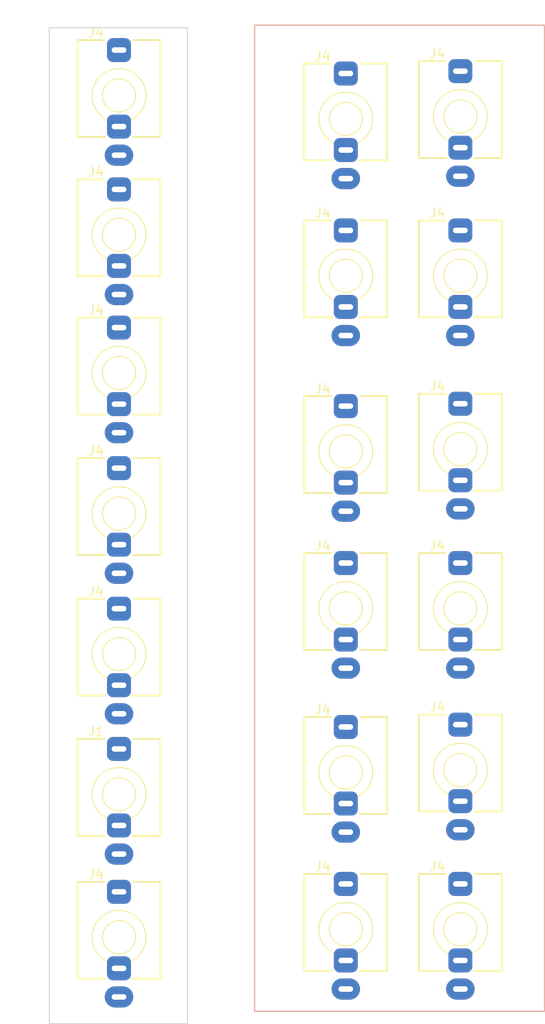
<source format=kicad_pcb>
(kicad_pcb (version 20221018) (generator pcbnew)
  (layers (0 "F.Cu" signal) (31 "B.Cu" signal) (34 "B.Paste" user) (35 "F.Paste" user) (36 "B.SilkS" user "B.Silkscreen") (37 "F.SilkS" user "F.Silkscreen") (38 "B.Mask" user) (39 "F.Mask" user) (44 "Edge.Cuts" user))
  (net 0 "")
  (net 1 "Net-(J1-PadT)")
  (net 2 "GND")
  (net 3 "INPUT_2")
  (footprint "AudioJacks:Jack_3.5mm_QingPu_WQP-PJ398SM_Vertical" (layer "F.Cu") (at 100.076 113.916)
    (fp_text reference "J4" (at -2.5 -6.8) (layer "F.SilkS"))
    (fp_text value "AudioJack2")
    (fp_line (start -4.5 -6) (end -1.6 -6) (stroke (width 0.2)) (layer "F.SilkS"))
    (fp_line (start -4.5 4.5) (end -4.5 -6) (stroke (width 0.2)) (layer "F.SilkS"))
    (fp_line (start -4.5 4.5) (end -1.5 4.5) (stroke (width 0.2)) (layer "F.SilkS"))
    (fp_line (start 1.5 4.5) (end 4.5 4.5) (stroke (width 0.2)) (layer "F.SilkS"))
    (fp_line (start 1.6 -6) (end 4.5 -6) (stroke (width 0.2)) (layer "F.SilkS"))
    (fp_line (start 4.5 4.5) (end 4.5 -6) (stroke (width 0.2)) (layer "F.SilkS"))
    (fp_arc (start -1.35 2.588577) (mid -2.844222 -0.687251) (end 0 -2.895) (stroke (width 0.12)) (layer "F.SilkS"))
    (fp_arc (start 0 -2.895) (mid 2.844221 -0.687251) (end 1.35 2.588577) (stroke (width 0.12)) (layer "F.SilkS"))
    (fp_circle (center 0 0) (end -1.8 0) (stroke (width 0.12)) (fill none) (layer "F.SilkS"))
    (pad "S" thru_hole oval (at 0 6.48) (size 3.1 2.3) (drill oval 1.6 0.6) (layers "*.Cu" "*.Mask"))
    (pad "T" thru_hole roundrect (at 0 -4.92) (size 2.6 2.6) (drill oval 1.6 0.6) (layers "*.Cu" "*.Mask"))
    (pad "TN" thru_hole roundrect (at 0 3.38) (size 2.6 2.6) (drill oval 1.6 0.6) (layers "*.Cu" "*.Mask"))
  )
  (footprint "AudioJacks:Jack_3.5mm_QingPu_WQP-PJ398SM_Vertical" (layer "F.Cu") (at 137.16 91.694)
    (fp_text reference "J4" (at -2.5 -6.8) (layer "F.SilkS"))
    (fp_text value "AudioJack2")
    (fp_line (start -4.5 -6) (end -1.6 -6) (stroke (width 0.2)) (layer "F.SilkS"))
    (fp_line (start -4.5 4.5) (end -4.5 -6) (stroke (width 0.2)) (layer "F.SilkS"))
    (fp_line (start -4.5 4.5) (end -1.5 4.5) (stroke (width 0.2)) (layer "F.SilkS"))
    (fp_line (start 1.5 4.5) (end 4.5 4.5) (stroke (width 0.2)) (layer "F.SilkS"))
    (fp_line (start 1.6 -6) (end 4.5 -6) (stroke (width 0.2)) (layer "F.SilkS"))
    (fp_line (start 4.5 4.5) (end 4.5 -6) (stroke (width 0.2)) (layer "F.SilkS"))
    (fp_arc (start -1.35 2.588577) (mid -2.844222 -0.687251) (end 0 -2.895) (stroke (width 0.12)) (layer "F.SilkS"))
    (fp_arc (start 0 -2.895) (mid 2.844221 -0.687251) (end 1.35 2.588577) (stroke (width 0.12)) (layer "F.SilkS"))
    (fp_circle (center 0 0) (end -1.8 0) (stroke (width 0.12)) (fill none) (layer "F.SilkS"))
    (pad "S" thru_hole oval (at 0 6.48) (size 3.1 2.3) (drill oval 1.6 0.6) (layers "*.Cu" "*.Mask"))
    (pad "T" thru_hole roundrect (at 0 -4.92) (size 2.6 2.6) (drill oval 1.6 0.6) (layers "*.Cu" "*.Mask"))
    (pad "TN" thru_hole roundrect (at 0 3.38) (size 2.6 2.6) (drill oval 1.6 0.6) (layers "*.Cu" "*.Mask"))
  )
  (footprint "AudioJacks:Jack_3.5mm_QingPu_WQP-PJ398SM_Vertical" (layer "F.Cu") (at 124.714 91.948)
    (fp_text reference "J4" (at -2.5 -6.8) (layer "F.SilkS"))
    (fp_text value "AudioJack2")
    (fp_line (start -4.5 -6) (end -1.6 -6) (stroke (width 0.2)) (layer "F.SilkS"))
    (fp_line (start -4.5 4.5) (end -4.5 -6) (stroke (width 0.2)) (layer "F.SilkS"))
    (fp_line (start -4.5 4.5) (end -1.5 4.5) (stroke (width 0.2)) (layer "F.SilkS"))
    (fp_line (start 1.5 4.5) (end 4.5 4.5) (stroke (width 0.2)) (layer "F.SilkS"))
    (fp_line (start 1.6 -6) (end 4.5 -6) (stroke (width 0.2)) (layer "F.SilkS"))
    (fp_line (start 4.5 4.5) (end 4.5 -6) (stroke (width 0.2)) (layer "F.SilkS"))
    (fp_arc (start -1.35 2.588577) (mid -2.844222 -0.687251) (end 0 -2.895) (stroke (width 0.12)) (layer "F.SilkS"))
    (fp_arc (start 0 -2.895) (mid 2.844221 -0.687251) (end 1.35 2.588577) (stroke (width 0.12)) (layer "F.SilkS"))
    (fp_circle (center 0 0) (end -1.8 0) (stroke (width 0.12)) (fill none) (layer "F.SilkS"))
    (pad "S" thru_hole oval (at 0 6.48) (size 3.1 2.3) (drill oval 1.6 0.6) (layers "*.Cu" "*.Mask"))
    (pad "T" thru_hole roundrect (at 0 -4.92) (size 2.6 2.6) (drill oval 1.6 0.6) (layers "*.Cu" "*.Mask"))
    (pad "TN" thru_hole roundrect (at 0 3.38) (size 2.6 2.6) (drill oval 1.6 0.6) (layers "*.Cu" "*.Mask"))
  )
  (footprint "AudioJacks:Jack_3.5mm_QingPu_WQP-PJ398SM_Vertical" (layer "F.Cu") (at 124.714 55.88)
    (fp_text reference "J4" (at -2.5 -6.8) (layer "F.SilkS"))
    (fp_text value "AudioJack2")
    (fp_line (start -4.5 -6) (end -1.6 -6) (stroke (width 0.2)) (layer "F.SilkS"))
    (fp_line (start -4.5 4.5) (end -4.5 -6) (stroke (width 0.2)) (layer "F.SilkS"))
    (fp_line (start -4.5 4.5) (end -1.5 4.5) (stroke (width 0.2)) (layer "F.SilkS"))
    (fp_line (start 1.5 4.5) (end 4.5 4.5) (stroke (width 0.2)) (layer "F.SilkS"))
    (fp_line (start 1.6 -6) (end 4.5 -6) (stroke (width 0.2)) (layer "F.SilkS"))
    (fp_line (start 4.5 4.5) (end 4.5 -6) (stroke (width 0.2)) (layer "F.SilkS"))
    (fp_arc (start -1.35 2.588577) (mid -2.844222 -0.687251) (end 0 -2.895) (stroke (width 0.12)) (layer "F.SilkS"))
    (fp_arc (start 0 -2.895) (mid 2.844221 -0.687251) (end 1.35 2.588577) (stroke (width 0.12)) (layer "F.SilkS"))
    (fp_circle (center 0 0) (end -1.8 0) (stroke (width 0.12)) (fill none) (layer "F.SilkS"))
    (pad "S" thru_hole oval (at 0 6.48) (size 3.1 2.3) (drill oval 1.6 0.6) (layers "*.Cu" "*.Mask"))
    (pad "T" thru_hole roundrect (at 0 -4.92) (size 2.6 2.6) (drill oval 1.6 0.6) (layers "*.Cu" "*.Mask"))
    (pad "TN" thru_hole roundrect (at 0 3.38) (size 2.6 2.6) (drill oval 1.6 0.6) (layers "*.Cu" "*.Mask"))
  )
  (footprint "AudioJacks:Jack_3.5mm_QingPu_WQP-PJ398SM_Vertical" (layer "F.Cu") (at 137.16 55.626)
    (fp_text reference "J4" (at -2.5 -6.8) (layer "F.SilkS"))
    (fp_text value "AudioJack2")
    (fp_line (start -4.5 -6) (end -1.6 -6) (stroke (width 0.2)) (layer "F.SilkS"))
    (fp_line (start -4.5 4.5) (end -4.5 -6) (stroke (width 0.2)) (layer "F.SilkS"))
    (fp_line (start -4.5 4.5) (end -1.5 4.5) (stroke (width 0.2)) (layer "F.SilkS"))
    (fp_line (start 1.5 4.5) (end 4.5 4.5) (stroke (width 0.2)) (layer "F.SilkS"))
    (fp_line (start 1.6 -6) (end 4.5 -6) (stroke (width 0.2)) (layer "F.SilkS"))
    (fp_line (start 4.5 4.5) (end 4.5 -6) (stroke (width 0.2)) (layer "F.SilkS"))
    (fp_arc (start -1.35 2.588577) (mid -2.844222 -0.687251) (end 0 -2.895) (stroke (width 0.12)) (layer "F.SilkS"))
    (fp_arc (start 0 -2.895) (mid 2.844221 -0.687251) (end 1.35 2.588577) (stroke (width 0.12)) (layer "F.SilkS"))
    (fp_circle (center 0 0) (end -1.8 0) (stroke (width 0.12)) (fill none) (layer "F.SilkS"))
    (pad "S" thru_hole oval (at 0 6.48) (size 3.1 2.3) (drill oval 1.6 0.6) (layers "*.Cu" "*.Mask"))
    (pad "T" thru_hole roundrect (at 0 -4.92) (size 2.6 2.6) (drill oval 1.6 0.6) (layers "*.Cu" "*.Mask"))
    (pad "TN" thru_hole roundrect (at 0 3.38) (size 2.6 2.6) (drill oval 1.6 0.6) (layers "*.Cu" "*.Mask"))
  )
  (footprint "AudioJacks:Jack_3.5mm_QingPu_WQP-PJ398SM_Vertical" (layer "F.Cu") (at 100.076 53.34)
    (fp_text reference "J4" (at -2.5 -6.8) (layer "F.SilkS"))
    (fp_text value "AudioJack2")
    (fp_line (start -4.5 -6) (end -1.6 -6) (stroke (width 0.2)) (layer "F.SilkS"))
    (fp_line (start -4.5 4.5) (end -4.5 -6) (stroke (width 0.2)) (layer "F.SilkS"))
    (fp_line (start -4.5 4.5) (end -1.5 4.5) (stroke (width 0.2)) (layer "F.SilkS"))
    (fp_line (start 1.5 4.5) (end 4.5 4.5) (stroke (width 0.2)) (layer "F.SilkS"))
    (fp_line (start 1.6 -6) (end 4.5 -6) (stroke (width 0.2)) (layer "F.SilkS"))
    (fp_line (start 4.5 4.5) (end 4.5 -6) (stroke (width 0.2)) (layer "F.SilkS"))
    (fp_arc (start -1.35 2.588577) (mid -2.844222 -0.687251) (end 0 -2.895) (stroke (width 0.12)) (layer "F.SilkS"))
    (fp_arc (start 0 -2.895) (mid 2.844221 -0.687251) (end 1.35 2.588577) (stroke (width 0.12)) (layer "F.SilkS"))
    (fp_circle (center 0 0) (end -1.8 0) (stroke (width 0.12)) (fill none) (layer "F.SilkS"))
    (pad "S" thru_hole oval (at 0 6.48) (size 3.1 2.3) (drill oval 1.6 0.6) (layers "*.Cu" "*.Mask"))
    (pad "T" thru_hole roundrect (at 0 -4.92) (size 2.6 2.6) (drill oval 1.6 0.6) (layers "*.Cu" "*.Mask"))
    (pad "TN" thru_hole roundrect (at 0 3.38) (size 2.6 2.6) (drill oval 1.6 0.6) (layers "*.Cu" "*.Mask"))
  )
  (footprint "AudioJacks:Jack_3.5mm_QingPu_WQP-PJ398SM_Vertical" (layer "F.Cu") (at 137.16 143.764)
    (fp_text reference "J4" (at -2.5 -6.8) (layer "F.SilkS"))
    (fp_text value "AudioJack2")
    (fp_line (start -4.5 -6) (end -1.6 -6) (stroke (width 0.2)) (layer "F.SilkS"))
    (fp_line (start -4.5 4.5) (end -4.5 -6) (stroke (width 0.2)) (layer "F.SilkS"))
    (fp_line (start -4.5 4.5) (end -1.5 4.5) (stroke (width 0.2)) (layer "F.SilkS"))
    (fp_line (start 1.5 4.5) (end 4.5 4.5) (stroke (width 0.2)) (layer "F.SilkS"))
    (fp_line (start 1.6 -6) (end 4.5 -6) (stroke (width 0.2)) (layer "F.SilkS"))
    (fp_line (start 4.5 4.5) (end 4.5 -6) (stroke (width 0.2)) (layer "F.SilkS"))
    (fp_arc (start -1.35 2.588577) (mid -2.844222 -0.687251) (end 0 -2.895) (stroke (width 0.12)) (layer "F.SilkS"))
    (fp_arc (start 0 -2.895) (mid 2.844221 -0.687251) (end 1.35 2.588577) (stroke (width 0.12)) (layer "F.SilkS"))
    (fp_circle (center 0 0) (end -1.8 0) (stroke (width 0.12)) (fill none) (layer "F.SilkS"))
    (pad "S" thru_hole oval (at 0 6.48) (size 3.1 2.3) (drill oval 1.6 0.6) (layers "*.Cu" "*.Mask"))
    (pad "T" thru_hole roundrect (at 0 -4.92) (size 2.6 2.6) (drill oval 1.6 0.6) (layers "*.Cu" "*.Mask"))
    (pad "TN" thru_hole roundrect (at 0 3.38) (size 2.6 2.6) (drill oval 1.6 0.6) (layers "*.Cu" "*.Mask"))
  )
  (footprint "AudioJacks:Jack_3.5mm_QingPu_WQP-PJ398SM_Vertical" (layer "F.Cu") (at 124.714 126.746)
    (fp_text reference "J4" (at -2.5 -6.8) (layer "F.SilkS"))
    (fp_text value "AudioJack2")
    (fp_line (start -4.5 -6) (end -1.6 -6) (stroke (width 0.2)) (layer "F.SilkS"))
    (fp_line (start -4.5 4.5) (end -4.5 -6) (stroke (width 0.2)) (layer "F.SilkS"))
    (fp_line (start -4.5 4.5) (end -1.5 4.5) (stroke (width 0.2)) (layer "F.SilkS"))
    (fp_line (start 1.5 4.5) (end 4.5 4.5) (stroke (width 0.2)) (layer "F.SilkS"))
    (fp_line (start 1.6 -6) (end 4.5 -6) (stroke (width 0.2)) (layer "F.SilkS"))
    (fp_line (start 4.5 4.5) (end 4.5 -6) (stroke (width 0.2)) (layer "F.SilkS"))
    (fp_arc (start -1.35 2.588577) (mid -2.844222 -0.687251) (end 0 -2.895) (stroke (width 0.12)) (layer "F.SilkS"))
    (fp_arc (start 0 -2.895) (mid 2.844221 -0.687251) (end 1.35 2.588577) (stroke (width 0.12)) (layer "F.SilkS"))
    (fp_circle (center 0 0) (end -1.8 0) (stroke (width 0.12)) (fill none) (layer "F.SilkS"))
    (pad "S" thru_hole oval (at 0 6.48) (size 3.1 2.3) (drill oval 1.6 0.6) (layers "*.Cu" "*.Mask"))
    (pad "T" thru_hole roundrect (at 0 -4.92) (size 2.6 2.6) (drill oval 1.6 0.6) (layers "*.Cu" "*.Mask"))
    (pad "TN" thru_hole roundrect (at 0 3.38) (size 2.6 2.6) (drill oval 1.6 0.6) (layers "*.Cu" "*.Mask"))
  )
  (footprint "AudioJacks:Jack_3.5mm_QingPu_WQP-PJ398SM_Vertical" (layer "F.Cu") (at 124.714 108.966)
    (fp_text reference "J4" (at -2.5 -6.8) (layer "F.SilkS"))
    (fp_text value "AudioJack2")
    (fp_line (start -4.5 -6) (end -1.6 -6) (stroke (width 0.2)) (layer "F.SilkS"))
    (fp_line (start -4.5 4.5) (end -4.5 -6) (stroke (width 0.2)) (layer "F.SilkS"))
    (fp_line (start -4.5 4.5) (end -1.5 4.5) (stroke (width 0.2)) (layer "F.SilkS"))
    (fp_line (start 1.5 4.5) (end 4.5 4.5) (stroke (width 0.2)) (layer "F.SilkS"))
    (fp_line (start 1.6 -6) (end 4.5 -6) (stroke (width 0.2)) (layer "F.SilkS"))
    (fp_line (start 4.5 4.5) (end 4.5 -6) (stroke (width 0.2)) (layer "F.SilkS"))
    (fp_arc (start -1.35 2.588577) (mid -2.844222 -0.687251) (end 0 -2.895) (stroke (width 0.12)) (layer "F.SilkS"))
    (fp_arc (start 0 -2.895) (mid 2.844221 -0.687251) (end 1.35 2.588577) (stroke (width 0.12)) (layer "F.SilkS"))
    (fp_circle (center 0 0) (end -1.8 0) (stroke (width 0.12)) (fill none) (layer "F.SilkS"))
    (pad "S" thru_hole oval (at 0 6.48) (size 3.1 2.3) (drill oval 1.6 0.6) (layers "*.Cu" "*.Mask"))
    (pad "T" thru_hole roundrect (at 0 -4.92) (size 2.6 2.6) (drill oval 1.6 0.6) (layers "*.Cu" "*.Mask"))
    (pad "TN" thru_hole roundrect (at 0 3.38) (size 2.6 2.6) (drill oval 1.6 0.6) (layers "*.Cu" "*.Mask"))
  )
  (footprint "AudioJacks:Jack_3.5mm_QingPu_WQP-PJ398SM_Vertical" (layer "F.Cu") (at 124.714 72.898)
    (fp_text reference "J4" (at -2.5 -6.8) (layer "F.SilkS"))
    (fp_text value "AudioJack2")
    (fp_line (start -4.5 -6) (end -1.6 -6) (stroke (width 0.2)) (layer "F.SilkS"))
    (fp_line (start -4.5 4.5) (end -4.5 -6) (stroke (width 0.2)) (layer "F.SilkS"))
    (fp_line (start -4.5 4.5) (end -1.5 4.5) (stroke (width 0.2)) (layer "F.SilkS"))
    (fp_line (start 1.5 4.5) (end 4.5 4.5) (stroke (width 0.2)) (layer "F.SilkS"))
    (fp_line (start 1.6 -6) (end 4.5 -6) (stroke (width 0.2)) (layer "F.SilkS"))
    (fp_line (start 4.5 4.5) (end 4.5 -6) (stroke (width 0.2)) (layer "F.SilkS"))
    (fp_arc (start -1.35 2.588577) (mid -2.844222 -0.687251) (end 0 -2.895) (stroke (width 0.12)) (layer "F.SilkS"))
    (fp_arc (start 0 -2.895) (mid 2.844221 -0.687251) (end 1.35 2.588577) (stroke (width 0.12)) (layer "F.SilkS"))
    (fp_circle (center 0 0) (end -1.8 0) (stroke (width 0.12)) (fill none) (layer "F.SilkS"))
    (pad "S" thru_hole oval (at 0 6.48) (size 3.1 2.3) (drill oval 1.6 0.6) (layers "*.Cu" "*.Mask"))
    (pad "T" thru_hole roundrect (at 0 -4.92) (size 2.6 2.6) (drill oval 1.6 0.6) (layers "*.Cu" "*.Mask"))
    (pad "TN" thru_hole roundrect (at 0 3.38) (size 2.6 2.6) (drill oval 1.6 0.6) (layers "*.Cu" "*.Mask"))
  )
  (footprint "AudioJacks:Jack_3.5mm_QingPu_WQP-PJ398SM_Vertical" (layer "F.Cu") (at 100.076 83.436)
    (fp_text reference "J4" (at -2.5 -6.8) (layer "F.SilkS"))
    (fp_text value "AudioJack2")
    (fp_line (start -4.5 -6) (end -1.6 -6) (stroke (width 0.2)) (layer "F.SilkS"))
    (fp_line (start -4.5 4.5) (end -4.5 -6) (stroke (width 0.2)) (layer "F.SilkS"))
    (fp_line (start -4.5 4.5) (end -1.5 4.5) (stroke (width 0.2)) (layer "F.SilkS"))
    (fp_line (start 1.5 4.5) (end 4.5 4.5) (stroke (width 0.2)) (layer "F.SilkS"))
    (fp_line (start 1.6 -6) (end 4.5 -6) (stroke (width 0.2)) (layer "F.SilkS"))
    (fp_line (start 4.5 4.5) (end 4.5 -6) (stroke (width 0.2)) (layer "F.SilkS"))
    (fp_arc (start -1.35 2.588577) (mid -2.844222 -0.687251) (end 0 -2.895) (stroke (width 0.12)) (layer "F.SilkS"))
    (fp_arc (start 0 -2.895) (mid 2.844221 -0.687251) (end 1.35 2.588577) (stroke (width 0.12)) (layer "F.SilkS"))
    (fp_circle (center 0 0) (end -1.8 0) (stroke (width 0.12)) (fill none) (layer "F.SilkS"))
    (pad "S" thru_hole oval (at 0 6.48) (size 3.1 2.3) (drill oval 1.6 0.6) (layers "*.Cu" "*.Mask"))
    (pad "T" thru_hole roundrect (at 0 -4.92) (size 2.6 2.6) (drill oval 1.6 0.6) (layers "*.Cu" "*.Mask"))
    (pad "TN" thru_hole roundrect (at 0 3.38) (size 2.6 2.6) (drill oval 1.6 0.6) (layers "*.Cu" "*.Mask"))
  )
  (footprint "AudioJacks:Jack_3.5mm_QingPu_WQP-PJ398SM_Vertical" (layer "F.Cu") (at 137.16 72.898)
    (fp_text reference "J4" (at -2.5 -6.8) (layer "F.SilkS"))
    (fp_text value "AudioJack2")
    (fp_line (start -4.5 -6) (end -1.6 -6) (stroke (width 0.2)) (layer "F.SilkS"))
    (fp_line (start -4.5 4.5) (end -4.5 -6) (stroke (width 0.2)) (layer "F.SilkS"))
    (fp_line (start -4.5 4.5) (end -1.5 4.5) (stroke (width 0.2)) (layer "F.SilkS"))
    (fp_line (start 1.5 4.5) (end 4.5 4.5) (stroke (width 0.2)) (layer "F.SilkS"))
    (fp_line (start 1.6 -6) (end 4.5 -6) (stroke (width 0.2)) (layer "F.SilkS"))
    (fp_line (start 4.5 4.5) (end 4.5 -6) (stroke (width 0.2)) (layer "F.SilkS"))
    (fp_arc (start -1.35 2.588577) (mid -2.844222 -0.687251) (end 0 -2.895) (stroke (width 0.12)) (layer "F.SilkS"))
    (fp_arc (start 0 -2.895) (mid 2.844221 -0.687251) (end 1.35 2.588577) (stroke (width 0.12)) (layer "F.SilkS"))
    (fp_circle (center 0 0) (end -1.8 0) (stroke (width 0.12)) (fill none) (layer "F.SilkS"))
    (pad "S" thru_hole oval (at 0 6.48) (size 3.1 2.3) (drill oval 1.6 0.6) (layers "*.Cu" "*.Mask"))
    (pad "T" thru_hole roundrect (at 0 -4.92) (size 2.6 2.6) (drill oval 1.6 0.6) (layers "*.Cu" "*.Mask"))
    (pad "TN" thru_hole roundrect (at 0 3.38) (size 2.6 2.6) (drill oval 1.6 0.6) (layers "*.Cu" "*.Mask"))
  )
  (footprint "AudioJacks:Jack_3.5mm_QingPu_WQP-PJ398SM_Vertical" (layer "F.Cu") (at 100.076 98.676)
    (fp_text reference "J4" (at -2.5 -6.8) (layer "F.SilkS"))
    (fp_text value "AudioJack2")
    (fp_line (start -4.5 -6) (end -1.6 -6) (stroke (width 0.2)) (layer "F.SilkS"))
    (fp_line (start -4.5 4.5) (end -4.5 -6) (stroke (width 0.2)) (layer "F.SilkS"))
    (fp_line (start -4.5 4.5) (end -1.5 4.5) (stroke (width 0.2)) (layer "F.SilkS"))
    (fp_line (start 1.5 4.5) (end 4.5 4.5) (stroke (width 0.2)) (layer "F.SilkS"))
    (fp_line (start 1.6 -6) (end 4.5 -6) (stroke (width 0.2)) (layer "F.SilkS"))
    (fp_line (start 4.5 4.5) (end 4.5 -6) (stroke (width 0.2)) (layer "F.SilkS"))
    (fp_arc (start -1.35 2.588577) (mid -2.844222 -0.687251) (end 0 -2.895) (stroke (width 0.12)) (layer "F.SilkS"))
    (fp_arc (start 0 -2.895) (mid 2.844221 -0.687251) (end 1.35 2.588577) (stroke (width 0.12)) (layer "F.SilkS"))
    (fp_circle (center 0 0) (end -1.8 0) (stroke (width 0.12)) (fill none) (layer "F.SilkS"))
    (pad "S" thru_hole oval (at 0 6.48) (size 3.1 2.3) (drill oval 1.6 0.6) (layers "*.Cu" "*.Mask"))
    (pad "T" thru_hole roundrect (at 0 -4.92) (size 2.6 2.6) (drill oval 1.6 0.6) (layers "*.Cu" "*.Mask"))
    (pad "TN" thru_hole roundrect (at 0 3.38) (size 2.6 2.6) (drill oval 1.6 0.6) (layers "*.Cu" "*.Mask"))
  )
  (footprint "AudioJacks:Jack_3.5mm_QingPu_WQP-PJ398SM_Vertical" (layer "F.Cu") (at 137.16 126.492)
    (fp_text reference "J4" (at -2.5 -6.8) (layer "F.SilkS"))
    (fp_text value "AudioJack2")
    (fp_line (start -4.5 -6) (end -1.6 -6) (stroke (width 0.2)) (layer "F.SilkS"))
    (fp_line (start -4.5 4.5) (end -4.5 -6) (stroke (width 0.2)) (layer "F.SilkS"))
    (fp_line (start -4.5 4.5) (end -1.5 4.5) (stroke (width 0.2)) (layer "F.SilkS"))
    (fp_line (start 1.5 4.5) (end 4.5 4.5) (stroke (width 0.2)) (layer "F.SilkS"))
    (fp_line (start 1.6 -6) (end 4.5 -6) (stroke (width 0.2)) (layer "F.SilkS"))
    (fp_line (start 4.5 4.5) (end 4.5 -6) (stroke (width 0.2)) (layer "F.SilkS"))
    (fp_arc (start -1.35 2.588577) (mid -2.844222 -0.687251) (end 0 -2.895) (stroke (width 0.12)) (layer "F.SilkS"))
    (fp_arc (start 0 -2.895) (mid 2.844221 -0.687251) (end 1.35 2.588577) (stroke (width 0.12)) (layer "F.SilkS"))
    (fp_circle (center 0 0) (end -1.8 0) (stroke (width 0.12)) (fill none) (layer "F.SilkS"))
    (pad "S" thru_hole oval (at 0 6.48) (size 3.1 2.3) (drill oval 1.6 0.6) (layers "*.Cu" "*.Mask"))
    (pad "T" thru_hole roundrect (at 0 -4.92) (size 2.6 2.6) (drill oval 1.6 0.6) (layers "*.Cu" "*.Mask"))
    (pad "TN" thru_hole roundrect (at 0 3.38) (size 2.6 2.6) (drill oval 1.6 0.6) (layers "*.Cu" "*.Mask"))
  )
  (footprint "AudioJacks:Jack_3.5mm_QingPu_WQP-PJ398SM_Vertical" (layer "F.Cu") (at 124.714 143.764)
    (fp_text reference "J4" (at -2.5 -6.8) (layer "F.SilkS"))
    (fp_text value "AudioJack2")
    (fp_line (start -4.5 -6) (end -1.6 -6) (stroke (width 0.2)) (layer "F.SilkS"))
    (fp_line (start -4.5 4.5) (end -4.5 -6) (stroke (width 0.2)) (layer "F.SilkS"))
    (fp_line (start -4.5 4.5) (end -1.5 4.5) (stroke (width 0.2)) (layer "F.SilkS"))
    (fp_line (start 1.5 4.5) (end 4.5 4.5) (stroke (width 0.2)) (layer "F.SilkS"))
    (fp_line (start 1.6 -6) (end 4.5 -6) (stroke (width 0.2)) (layer "F.SilkS"))
    (fp_line (start 4.5 4.5) (end 4.5 -6) (stroke (width 0.2)) (layer "F.SilkS"))
    (fp_arc (start -1.35 2.588577) (mid -2.844222 -0.687251) (end 0 -2.895) (stroke (width 0.12)) (layer "F.SilkS"))
    (fp_arc (start 0 -2.895) (mid 2.844221 -0.687251) (end 1.35 2.588577) (stroke (width 0.12)) (layer "F.SilkS"))
    (fp_circle (center 0 0) (end -1.8 0) (stroke (width 0.12)) (fill none) (layer "F.SilkS"))
    (pad "S" thru_hole oval (at 0 6.48) (size 3.1 2.3) (drill oval 1.6 0.6) (layers "*.Cu" "*.Mask"))
    (pad "T" thru_hole roundrect (at 0 -4.92) (size 2.6 2.6) (drill oval 1.6 0.6) (layers "*.Cu" "*.Mask"))
    (pad "TN" thru_hole roundrect (at 0 3.38) (size 2.6 2.6) (drill oval 1.6 0.6) (layers "*.Cu" "*.Mask"))
  )
  (footprint "AudioJacks:Jack_3.5mm_QingPu_WQP-PJ398SM_Vertical" (layer "F.Cu") (at 137.16 108.966)
    (fp_text reference "J4" (at -2.5 -6.8) (layer "F.SilkS"))
    (fp_text value "AudioJack2")
    (fp_line (start -4.5 -6) (end -1.6 -6) (stroke (width 0.2)) (layer "F.SilkS"))
    (fp_line (start -4.5 4.5) (end -4.5 -6) (stroke (width 0.2)) (layer "F.SilkS"))
    (fp_line (start -4.5 4.5) (end -1.5 4.5) (stroke (width 0.2)) (layer "F.SilkS"))
    (fp_line (start 1.5 4.5) (end 4.5 4.5) (stroke (width 0.2)) (layer "F.SilkS"))
    (fp_line (start 1.6 -6) (end 4.5 -6) (stroke (width 0.2)) (layer "F.SilkS"))
    (fp_line (start 4.5 4.5) (end 4.5 -6) (stroke (width 0.2)) (layer "F.SilkS"))
    (fp_arc (start -1.35 2.588577) (mid -2.844222 -0.687251) (end 0 -2.895) (stroke (width 0.12)) (layer "F.SilkS"))
    (fp_arc (start 0 -2.895) (mid 2.844221 -0.687251) (end 1.35 2.588577) (stroke (width 0.12)) (layer "F.SilkS"))
    (fp_circle (center 0 0) (end -1.8 0) (stroke (width 0.12)) (fill none) (layer "F.SilkS"))
    (pad "S" thru_hole oval (at 0 6.48) (size 3.1 2.3) (drill oval 1.6 0.6) (layers "*.Cu" "*.Mask"))
    (pad "T" thru_hole roundrect (at 0 -4.92) (size 2.6 2.6) (drill oval 1.6 0.6) (layers "*.Cu" "*.Mask"))
    (pad "TN" thru_hole roundrect (at 0 3.38) (size 2.6 2.6) (drill oval 1.6 0.6) (layers "*.Cu" "*.Mask"))
  )
  (footprint "AudioJacks:Jack_3.5mm_QingPu_WQP-PJ398SM_Vertical" (layer "F.Cu") (at 100.076 68.45)
    (fp_text reference "J4" (at -2.5 -6.8) (layer "F.SilkS"))
    (fp_text value "AudioJack2")
    (fp_line (start -4.5 -6) (end -1.6 -6) (stroke (width 0.2)) (layer "F.SilkS"))
    (fp_line (start -4.5 4.5) (end -4.5 -6) (stroke (width 0.2)) (layer "F.SilkS"))
    (fp_line (start -4.5 4.5) (end -1.5 4.5) (stroke (width 0.2)) (layer "F.SilkS"))
    (fp_line (start 1.5 4.5) (end 4.5 4.5) (stroke (width 0.2)) (layer "F.SilkS"))
    (fp_line (start 1.6 -6) (end 4.5 -6) (stroke (width 0.2)) (layer "F.SilkS"))
    (fp_line (start 4.5 4.5) (end 4.5 -6) (stroke (width 0.2)) (layer "F.SilkS"))
    (fp_arc (start -1.35 2.588577) (mid -2.844222 -0.687251) (end 0 -2.895) (stroke (width 0.12)) (layer "F.SilkS"))
    (fp_arc (start 0 -2.895) (mid 2.844221 -0.687251) (end 1.35 2.588577) (stroke (width 0.12)) (layer "F.SilkS"))
    (fp_circle (center 0 0) (end -1.8 0) (stroke (width 0.12)) (fill none) (layer "F.SilkS"))
    (pad "S" thru_hole oval (at 0 6.48) (size 3.1 2.3) (drill oval 1.6 0.6) (layers "*.Cu" "*.Mask"))
    (pad "T" thru_hole roundrect (at 0 -4.92) (size 2.6 2.6) (drill oval 1.6 0.6) (layers "*.Cu" "*.Mask"))
    (pad "TN" thru_hole roundrect (at 0 3.38) (size 2.6 2.6) (drill oval 1.6 0.6) (layers "*.Cu" "*.Mask"))
  )
  (footprint "AudioJacks:Jack_3.5mm_QingPu_WQP-PJ398SM_Vertical" (layer "F.Cu") (at 100.076 144.62)
    (fp_text reference "J4" (at -2.5 -6.8) (layer "F.SilkS"))
    (fp_text value "AudioJack2")
    (fp_line (start -4.5 -6) (end -1.6 -6) (stroke (width 0.2)) (layer "F.SilkS"))
    (fp_line (start -4.5 4.5) (end -4.5 -6) (stroke (width 0.2)) (layer "F.SilkS"))
    (fp_line (start -4.5 4.5) (end -1.5 4.5) (stroke (width 0.2)) (layer "F.SilkS"))
    (fp_line (start 1.5 4.5) (end 4.5 4.5) (stroke (width 0.2)) (layer "F.SilkS"))
    (fp_line (start 1.6 -6) (end 4.5 -6) (stroke (width 0.2)) (layer "F.SilkS"))
    (fp_line (start 4.5 4.5) (end 4.5 -6) (stroke (width 0.2)) (layer "F.SilkS"))
    (fp_arc (start -1.35 2.588577) (mid -2.844222 -0.687251) (end 0 -2.895) (stroke (width 0.12)) (layer "F.SilkS"))
    (fp_arc (start 0 -2.895) (mid 2.844221 -0.687251) (end 1.35 2.588577) (stroke (width 0.12)) (layer "F.SilkS"))
    (fp_circle (center 0 0) (end -1.8 0) (stroke (width 0.12)) (fill none) (layer "F.SilkS"))
    (pad "S" thru_hole oval (at 0 6.48) (size 3.1 2.3) (drill oval 1.6 0.6) (layers "*.Cu" "*.Mask") (net 2 "GND"))
    (pad "T" thru_hole roundrect (at 0 -4.92) (size 2.6 2.6) (drill oval 1.6 0.6) (layers "*.Cu" "*.Mask") (net 3 "INPUT_2"))
    (pad "TN" thru_hole roundrect (at 0 3.38) (size 2.6 2.6) (drill oval 1.6 0.6) (layers "*.Cu" "*.Mask"))
  )
  (footprint "AudioJacks:Jack_3.5mm_QingPu_WQP-PJ398SM_Vertical" (layer "F.Cu") (at 100.076 129.126)
    (fp_text reference "J1" (at -2.5 -6.8) (layer "F.SilkS"))
    (fp_text value "AudioJack2")
    (fp_line (start -4.5 -6) (end -1.6 -6) (stroke (width 0.2)) (layer "F.SilkS"))
    (fp_line (start -4.5 4.5) (end -4.5 -6) (stroke (width 0.2)) (layer "F.SilkS"))
    (fp_line (start -4.5 4.5) (end -1.5 4.5) (stroke (width 0.2)) (layer "F.SilkS"))
    (fp_line (start 1.5 4.5) (end 4.5 4.5) (stroke (width 0.2)) (layer "F.SilkS"))
    (fp_line (start 1.6 -6) (end 4.5 -6) (stroke (width 0.2)) (layer "F.SilkS"))
    (fp_line (start 4.5 4.5) (end 4.5 -6) (stroke (width 0.2)) (layer "F.SilkS"))
    (fp_arc (start -1.35 2.588577) (mid -2.844222 -0.687251) (end 0 -2.895) (stroke (width 0.12)) (layer "F.SilkS"))
    (fp_arc (start 0 -2.895) (mid 2.844221 -0.687251) (end 1.35 2.588577) (stroke (width 0.12)) (layer "F.SilkS"))
    (fp_circle (center 0 0) (end -1.8 0) (stroke (width 0.12)) (fill none) (layer "F.SilkS"))
    (pad "S" thru_hole oval (at 0 6.48) (size 3.1 2.3) (drill oval 1.6 0.6) (layers "*.Cu" "*.Mask") (net 2 "GND"))
    (pad "T" thru_hole roundrect (at 0 -4.92) (size 2.6 2.6) (drill oval 1.6 0.6) (layers "*.Cu" "*.Mask") (net 1 "Net-(J1-PadT)"))
    (pad "TN" thru_hole roundrect (at 0 3.38) (size 2.6 2.6) (drill oval 1.6 0.6) (layers "*.Cu" "*.Mask"))
  )
  (gr_rect (start 114.808 45.72) (end 146.304 152.654) (stroke (width 0.15)) (fill none) (layer "B.SilkS"))
  (gr_rect (start 92.5 46) (end 107.5 154) (stroke (width 0.1)) (fill none) (layer "Edge.Cuts"))
)
</source>
